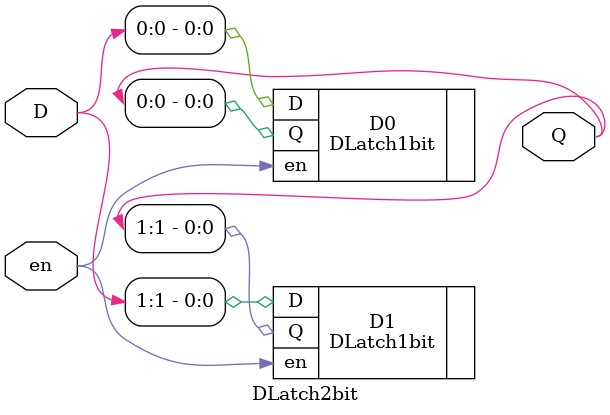
<source format=sv>
`timescale 1ns / 1ps


module DLatch2bit(input logic en,
                  input [1:0] D,
                  output reg [1:0] Q
                   );
DLatch1bit D0( .en(en), .D(D[0]), .Q(Q[0]));
DLatch1bit D1(.en(en), .D(D[1]), .Q(Q[1]));   
    
endmodule

</source>
